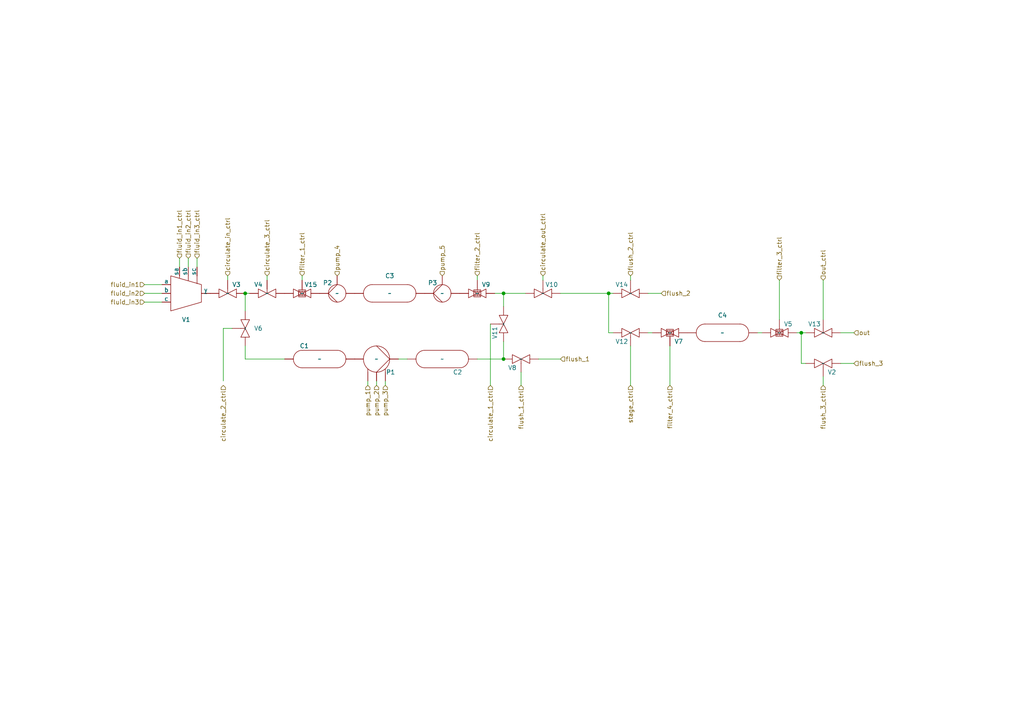
<source format=kicad_sch>
(kicad_sch (version 20231120) (generator "eeschema") (generator_version "8.0")
  (paper "A4")
  (lib_symbols
    (symbol "mfda:chamber" (pin_numbers hide) (pin_names hide)
      (property "Reference" "C" (at -4.445 3.81 0))
      (symbol "chamber_1_1"
        (arc (start -7.62 0) (mid -6.8756 -1.7956) (end -5.08 -2.54))
        (arc (start -5.08 2.54) (mid -6.8749 1.7949) (end -7.62 0))
        (polyline (pts (xy -5.08 -2.54) (xy 5.08 -2.54)))
        (polyline (pts (xy 5.08 2.54) (xy -5.08 2.54)))
        (arc (start 5.08 -2.54) (mid 6.8754 -1.7954) (end 7.62 0))
        (arc (start 7.62 0) (mid 6.8754 1.7954) (end 5.08 2.54))
        (pin input line (at -10.16 0 0) (length 2.54) (name "in") (number "1"))
        (pin output line (at 10.16 0 180) (length 2.54) (name "out") (number "2"))
      )
    )
    (symbol "mfda:mux_3" (pin_numbers hide) (pin_names (offset 0))
      (property "Reference" "V" (at 3.81 5.08 0))
      (symbol "mux_3_0_1"
        (polyline (pts (xy -2.54 5.08) (xy -2.54 4.445)))
        (polyline (pts (xy 0 5.08) (xy 0 3.683)))
        (polyline (pts (xy 2.54 5.08) (xy 2.54 2.794)))
        (polyline (pts (xy -5.08 -5.08) (xy 3.81 -2.54) (xy 3.81 2.54) (xy -5.08 5.08) (xy -5.08 -5.08)))
      )
      (symbol "mux_3_1_1"
        (pin input line (at -7.62 2.54 0) (length 2.54) (name "a") (number "1"))
        (pin input line (at -7.62 0 0) (length 2.54) (name "b") (number "2"))
        (pin input line (at -7.62 -2.54 0) (length 2.54) (name "c") (number "3"))
        (pin input line (at -2.54 7.62 270) (length 2.54) (name "sa") (number "4"))
        (pin input line (at 0 7.62 270) (length 2.54) (name "sb") (number "5"))
        (pin input line (at 2.54 7.62 270) (length 2.54) (name "sc") (number "6"))
        (pin output line (at 6.35 0 180) (length 2.54) (name "y") (number "7"))
      )
    )
    (symbol "mfda:pump_1" (pin_numbers hide) (pin_names hide)
      (property "Reference" "P" (at 2.794 3.048 0))
      (symbol "pump_1_0_1"
        (polyline (pts (xy -2.54 3.81) (xy -2.54 3.81)))
        (polyline (pts (xy -2.54 3.81) (xy -2.54 3.81)))
        (polyline (pts (xy 0 2.54) (xy 2.54 0)))
        (polyline (pts (xy 2.54 0) (xy 0 -2.54)))
        (circle (center 0 0) (radius 2.54))
      )
      (symbol "pump_1_1_1"
        (pin input line (at -5.08 0 0) (length 2.54) (name "in") (number "1"))
        (pin output line (at 5.08 0 180) (length 2.54) (name "out") (number "2"))
        (pin input line (at 0 5.08 270) (length 2.54) (name "pump_1") (number "3"))
      )
    )
    (symbol "mfda:pump_3" (pin_numbers hide) (pin_names hide)
      (property "Reference" "P" (at 4.064 3.81 0))
      (symbol "pump_3_0_1"
        (polyline (pts (xy -2.54 3.81) (xy -2.54 2.921)))
        (polyline (pts (xy -2.54 3.81) (xy -2.54 3.81)))
        (polyline (pts (xy -2.54 3.81) (xy -2.54 3.81)))
        (polyline (pts (xy 0 3.81) (xy 3.81 0)))
        (polyline (pts (xy 2.54 3.81) (xy 2.54 2.921)))
        (polyline (pts (xy 2.54 3.81) (xy 2.54 3.81)))
        (polyline (pts (xy 3.81 0) (xy 0 -3.81)))
        (circle (center 0 0) (radius 3.81))
      )
      (symbol "pump_3_1_1"
        (pin input line (at -6.35 0 0) (length 2.54) (name "in") (number "1"))
        (pin output line (at 6.35 0 180) (length 2.54) (name "out") (number "2"))
        (pin input line (at -2.54 6.35 270) (length 2.54) (name "pump_1") (number "3"))
        (pin input line (at 0 6.35 270) (length 2.54) (name "pump_2") (number "4"))
        (pin input line (at 2.54 6.35 270) (length 2.54) (name "pump_3") (number "5"))
      )
    )
    (symbol "mfda:valve" (pin_numbers hide) (pin_names hide)
      (property "Reference" "V" (at -2.54 2.54 0))
      (symbol "valve_0_1"
        (polyline (pts (xy 0 1.27) (xy 0 0)))
        (polyline (pts (xy -2.54 1.27) (xy 2.54 -1.27) (xy 2.54 1.27) (xy -2.54 -1.27) (xy -2.54 1.27)))
      )
      (symbol "valve_1_1"
        (pin bidirectional line (at -5.08 0 0) (length 2.54) (name "left") (number "1"))
        (pin bidirectional line (at 5.08 0 180) (length 2.54) (name "right") (number "2"))
        (pin input line (at 0 3.81 270) (length 2.54) (name "control") (number "3"))
      )
    )
    (symbol "mfda:valve_sieve" (pin_numbers hide) (pin_names hide)
      (property "Reference" "V" (at -2.54 2.54 0))
      (symbol "valve_sieve_0_1"
        (rectangle (start -1.016 1.016) (end 1.016 -1.016))
        (circle (center -0.635 -0.508) (radius 0.1796))
        (circle (center -0.635 0.508) (radius 0.1796))
        (circle (center -0.381 0) (radius 0.1796))
        (circle (center 0 -0.508) (radius 0.1796))
        (polyline (pts (xy 0 1.27) (xy 0 1.016)))
        (polyline (pts (xy -2.54 -1.27) (xy -1.016 -0.508) (xy -1.016 0.508) (xy -2.54 1.27) (xy -2.54 -1.27)))
        (polyline (pts (xy 2.54 -1.27) (xy 1.016 -0.508) (xy 1.016 0.508) (xy 2.54 1.27) (xy 2.54 -1.27)))
        (circle (center 0 0.508) (radius 0.1796))
        (circle (center 0.381 0) (radius 0.1796))
        (circle (center 0.635 -0.508) (radius 0.1796))
        (circle (center 0.635 0.508) (radius 0.1796))
      )
      (symbol "valve_sieve_1_1"
        (pin input line (at -5.08 0 0) (length 2.54) (name "in") (number "1"))
        (pin output line (at 5.08 0 180) (length 2.54) (name "out") (number "2"))
        (pin input line (at 0 3.81 270) (length 2.54) (name "control") (number "3"))
      )
    )
  )
  (junction (at 176.53 85.09))
  (junction (at 232.41 96.52))
  (junction (at 146.05 104.14))
  (junction (at 71.12 85.09))
  (junction (at 146.05 85.09))
  (wire (pts (xy 233.68 105.41) (xy 232.41 105.41)))
  (wire (pts (xy 232.41 96.52) (xy 232.41 105.41)))
  (wire (pts (xy 106.68 111.76) (xy 106.68 110.49)))
  (wire (pts (xy 41.91 82.55) (xy 46.99 82.55)))
  (wire (pts (xy 138.43 104.14) (xy 146.05 104.14)))
  (wire (pts (xy 187.96 96.52) (xy 189.23 96.52)))
  (wire (pts (xy 219.71 96.52) (xy 220.98 96.52)))
  (wire (pts (xy 182.88 100.33) (xy 182.88 111.76)))
  (wire (pts (xy 187.96 85.09) (xy 191.77 85.09)))
  (wire (pts (xy 143.51 85.09) (xy 146.05 85.09)))
  (wire (pts (xy 226.06 81.28) (xy 226.06 92.71)))
  (wire (pts (xy 41.91 85.09) (xy 46.99 85.09)))
  (wire (pts (xy 138.43 80.01) (xy 138.43 81.28)))
  (wire (pts (xy 52.07 77.47) (xy 52.07 74.93)))
  (wire (pts (xy 77.47 80.01) (xy 77.47 81.28)))
  (wire (pts (xy 182.88 80.01) (xy 182.88 81.28)))
  (wire (pts (xy 146.05 85.09) (xy 152.4 85.09)))
  (wire (pts (xy 142.24 93.98) (xy 142.24 111.76)))
  (wire (pts (xy 71.12 85.09) (xy 72.39 85.09)))
  (wire (pts (xy 71.12 100.33) (xy 71.12 104.14)))
  (wire (pts (xy 238.76 81.28) (xy 238.76 92.71)))
  (wire (pts (xy 176.53 96.52) (xy 176.53 85.09)))
  (wire (pts (xy 194.31 100.33) (xy 194.31 111.76)))
  (wire (pts (xy 146.05 85.09) (xy 146.05 88.9)))
  (wire (pts (xy 109.22 111.76) (xy 109.22 110.49)))
  (wire (pts (xy 231.14 96.52) (xy 232.41 96.52)))
  (wire (pts (xy 71.12 85.09) (xy 71.12 90.17)))
  (wire (pts (xy 176.53 85.09) (xy 177.8 85.09)))
  (wire (pts (xy 232.41 96.52) (xy 233.68 96.52)))
  (wire (pts (xy 157.48 80.01) (xy 157.48 81.28)))
  (wire (pts (xy 243.84 105.41) (xy 247.65 105.41)))
  (wire (pts (xy 71.12 104.14) (xy 82.55 104.14)))
  (wire (pts (xy 57.15 77.47) (xy 57.15 74.93)))
  (wire (pts (xy 162.56 85.09) (xy 176.53 85.09)))
  (wire (pts (xy 111.76 110.49) (xy 111.76 111.76)))
  (wire (pts (xy 54.61 77.47) (xy 54.61 74.93)))
  (wire (pts (xy 156.21 104.14) (xy 162.56 104.14)))
  (wire (pts (xy 238.76 109.22) (xy 238.76 111.76)))
  (wire (pts (xy 115.57 104.14) (xy 118.11 104.14)))
  (wire (pts (xy 177.8 96.52) (xy 176.53 96.52)))
  (wire (pts (xy 67.31 95.25) (xy 64.77 95.25)))
  (wire (pts (xy 151.13 107.95) (xy 151.13 111.76)))
  (wire (pts (xy 243.84 96.52) (xy 247.65 96.52)))
  (wire (pts (xy 146.05 99.06) (xy 146.05 104.14)))
  (wire (pts (xy 64.77 95.25) (xy 64.77 110.49)))
  (wire (pts (xy 66.04 80.01) (xy 66.04 81.28)))
  (wire (pts (xy 87.63 80.01) (xy 87.63 81.28)))
  (wire (pts (xy 41.91 87.63) (xy 46.99 87.63)))
  (hierarchical_label "out_ctrl" (shape input) (at 238.76 81.28 90))
  (hierarchical_label "pump_5" (shape input) (at 128.27 80.01 90))
  (hierarchical_label "pump_3" (shape input) (at 111.76 111.76 270))
  (hierarchical_label "circulate_1_ctrl" (shape input) (at 142.24 111.76 270))
  (hierarchical_label "filter_1_ctrl" (shape input) (at 87.63 80.01 90))
  (hierarchical_label "filter_3_ctrl" (shape input) (at 226.06 81.28 90))
  (hierarchical_label "flush_2_ctrl" (shape input) (at 182.88 80.01 90))
  (hierarchical_label "flush_1" (shape input) (at 162.56 104.14 0))
  (hierarchical_label "fluid_in1" (shape input) (at 41.91 82.55 180))
  (hierarchical_label "out" (shape input) (at 247.65 96.52 0))
  (hierarchical_label "pump_1" (shape input) (at 106.68 111.76 270))
  (hierarchical_label "stage_ctrl" (shape input) (at 182.88 111.76 270))
  (hierarchical_label "circulate_out_ctrl" (shape input) (at 157.48 80.01 90))
  (hierarchical_label "fluid_in2_ctrl" (shape input) (at 54.61 74.93 90))
  (hierarchical_label "circulate_3_ctrl" (shape input) (at 77.47 80.01 90))
  (hierarchical_label "flush_1_ctrl" (shape input) (at 151.13 111.76 270))
  (hierarchical_label "fluid_in3_ctrl" (shape input) (at 57.15 74.93 90))
  (hierarchical_label "flush_3_ctrl" (shape input) (at 238.76 111.76 270))
  (hierarchical_label "circulate_in_ctrl" (shape input) (at 66.04 80.01 90))
  (hierarchical_label "filter_4_ctrl" (shape input) (at 194.31 111.76 270))
  (hierarchical_label "flush_3" (shape input) (at 247.65 105.41 0))
  (hierarchical_label "circulate_2_ctrl" (shape input) (at 64.77 111.76 270))
  (hierarchical_label "pump_2" (shape input) (at 109.22 111.76 270))
  (hierarchical_label "filter_2_ctrl" (shape input) (at 138.43 80.01 90))
  (hierarchical_label "flush_2" (shape input) (at 191.77 85.09 0))
  (hierarchical_label "pump_4" (shape input) (at 97.79 80.01 90))
  (hierarchical_label "fluid_in2" (shape input) (at 41.91 85.09 180))
  (hierarchical_label "fluid_in3" (shape input) (at 41.91 87.63 180))
  (hierarchical_label "fluid_in1_ctrl" (shape input) (at 52.07 74.93 90))
  (symbol (lib_id "mfda:valve") (at 182.88 96.52 0) (mirror x) (unit 1)
    (property "Reference" "V12" (at 180.34 99.06 0))
    (property "Value" "~" (at 182.88 96.52 0))
  )
  (symbol (lib_id "mfda:valve") (at 157.48 85.09 0) (mirror y) (unit 1)
    (property "Reference" "V10" (at 160.02 82.55 0))
    (property "Value" "~" (at 157.48 85.09 0))
  )
  (symbol (lib_id "mfda:valve") (at 182.88 85.09 0) (unit 1)
    (property "Reference" "V14" (at 180.34 82.55 0))
    (property "Value" "~" (at 182.88 85.09 0))
  )
  (symbol (lib_id "mfda:valve") (at 238.76 96.52 0) (unit 1)
    (property "Reference" "V13" (at 236.22 93.98 0))
    (property "Value" "~" (at 238.76 96.52 0))
  )
  (symbol (lib_id "mfda:chamber") (at 92.71 104.14 0) (unit 1)
    (property "Reference" "C1" (at 88.265 100.33 0))
    (property "Value" "~" (at 92.71 104.14 0))
  )
  (symbol (lib_id "mfda:valve") (at 71.12 95.25 90) (unit 1)
    (property "Reference" "V6" (at 73.66 95.2499 90) (effects (justify right)))
    (property "Value" "~" (at 71.12 95.25 0))
  )
  (symbol (lib_id "mfda:valve") (at 146.05 93.98 90) (unit 1)
    (property "Reference" "V11" (at 143.51 96.52 0))
    (property "Value" "~" (at 146.05 93.98 0))
  )
  (symbol (lib_id "mfda:valve") (at 77.47 85.09 0) (unit 1)
    (property "Reference" "V4" (at 74.93 82.55 0))
    (property "Value" "~" (at 77.47 85.09 0))
  )
  (symbol (lib_id "mfda:pump_1") (at 128.27 85.09 0) (mirror y) (unit 1)
    (property "Reference" "P3" (at 125.476 82.042 0))
    (property "Value" "~" (at 128.27 85.09 0))
  )
  (symbol (lib_id "mfda:valve_sieve") (at 138.43 85.09 0) (mirror y) (unit 1)
    (property "Reference" "V9" (at 140.97 82.55 0))
    (property "Value" "~" (at 138.43 85.09 0))
  )
  (symbol (lib_id "mfda:valve_sieve") (at 87.63 85.09 0) (mirror y) (unit 1)
    (property "Reference" "V15" (at 90.17 82.55 0))
    (property "Value" "~" (at 87.63 85.09 0))
  )
  (symbol (lib_id "mfda:chamber") (at 113.03 85.09 180) (unit 1)
    (property "Reference" "C3" (at 113.03 80.01 0))
    (property "Value" "~" (at 113.03 85.09 0))
  )
  (symbol (lib_id "mfda:pump_3") (at 109.22 104.14 0) (mirror x) (unit 1)
    (property "Reference" "P1" (at 113.284 107.95 0))
    (property "Value" "~" (at 109.22 104.14 0))
  )
  (symbol (lib_id "mfda:pump_1") (at 97.79 85.09 0) (mirror y) (unit 1)
    (property "Reference" "P2" (at 94.996 82.042 0))
    (property "Value" "~" (at 97.79 85.09 0))
  )
  (symbol (lib_id "mfda:mux_3") (at 54.61 85.09 0) (unit 1)
    (property "Reference" "V1" (at 53.975 92.71 0))
    (property "Value" "~" (at 59.69 85.09 0))
  )
  (symbol (lib_id "mfda:valve") (at 151.13 104.14 0) (mirror x) (unit 1)
    (property "Reference" "V8" (at 148.59 106.68 0))
    (property "Value" "~" (at 151.13 104.14 0))
  )
  (symbol (lib_id "mfda:chamber") (at 209.55 96.52 0) (unit 1)
    (property "Reference" "C4" (at 209.55 91.44 0))
    (property "Value" "~" (at 209.55 96.52 0))
  )
  (symbol (lib_id "mfda:valve") (at 238.76 105.41 180) (unit 1)
    (property "Reference" "V2" (at 241.3 107.95 0))
    (property "Value" "~" (at 238.76 105.41 0))
  )
  (symbol (lib_id "mfda:valve") (at 66.04 85.09 0) (mirror y) (unit 1)
    (property "Reference" "V3" (at 68.58 82.55 0))
    (property "Value" "~" (at 66.04 85.09 0))
  )
  (symbol (lib_id "mfda:chamber") (at 128.27 104.14 180) (unit 1)
    (property "Reference" "C2" (at 132.715 107.95 0))
    (property "Value" "~" (at 128.27 104.14 0))
  )
  (symbol (lib_id "mfda:valve_sieve") (at 194.31 96.52 180) (unit 1)
    (property "Reference" "V7" (at 196.85 99.06 0))
    (property "Value" "~" (at 194.31 96.52 0))
  )
  (symbol (lib_id "mfda:valve_sieve") (at 226.06 96.52 0) (mirror y) (unit 1)
    (property "Reference" "V5" (at 228.6 93.98 0))
    (property "Value" "~" (at 226.06 96.52 0))
  )
)
</source>
